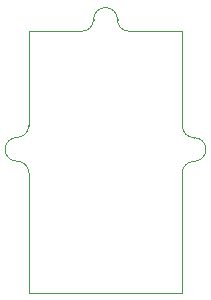
<source format=gm1>
G04 Layer_Color=16711935*
%FSLAX24Y24*%
%MOIN*%
G70*
G01*
G75*
%ADD83C,0.0000*%
%ADD84C,0.0000*%
%ADD85C,0.0004*%
D83*
X635Y5570D02*
G03*
X1024Y5965I-6J394D01*
G01*
X1024Y4389D02*
G03*
X633Y4779I-390J0D01*
G01*
X6529Y4773D02*
G03*
X6138Y4382I0J-390D01*
G01*
X6142Y4374D02*
G03*
X6138Y4382I-12J0D01*
G01*
X233Y5170D02*
G03*
X623Y4779I390J0D01*
G01*
X633Y5570D02*
G03*
X233Y5170I0J-400D01*
G01*
X2795Y9110D02*
G03*
X3182Y9497I0J387D01*
G01*
X3583Y9904D02*
G03*
X3182Y9504I0J-401D01*
G01*
X3983Y9504D02*
G03*
X3583Y9904I-401J0D01*
G01*
X3976Y9504D02*
G03*
X4370Y9110I394J0D01*
G01*
X6142Y5957D02*
G03*
X6535Y5564I394J0D01*
G01*
X6933Y5173D02*
G03*
X6542Y5564I-390J0D01*
G01*
X6532Y4773D02*
G03*
X6933Y5173I0J400D01*
G01*
X633Y5570D02*
X637D01*
X1024Y2614D02*
Y4386D01*
X6142Y2614D02*
Y4374D01*
X623Y4779D02*
X633D01*
X1024Y5964D02*
Y9110D01*
X1024D02*
X2795D01*
X3182Y9497D02*
Y9504D01*
X3983Y9504D02*
Y9504D01*
Y9497D02*
Y9504D01*
X4370Y9110D02*
Y9110D01*
X4370Y9110D02*
Y9110D01*
X4370Y9110D02*
X6142D01*
Y5957D02*
Y9110D01*
X6535Y5564D02*
X6542D01*
X6529Y4773D02*
X6532D01*
D84*
X4370Y9110D02*
D03*
Y9110D02*
D03*
D85*
X1024Y392D02*
Y2614D01*
Y392D02*
X5856D01*
X5857Y394D01*
X6142D01*
Y2614D01*
M02*

</source>
